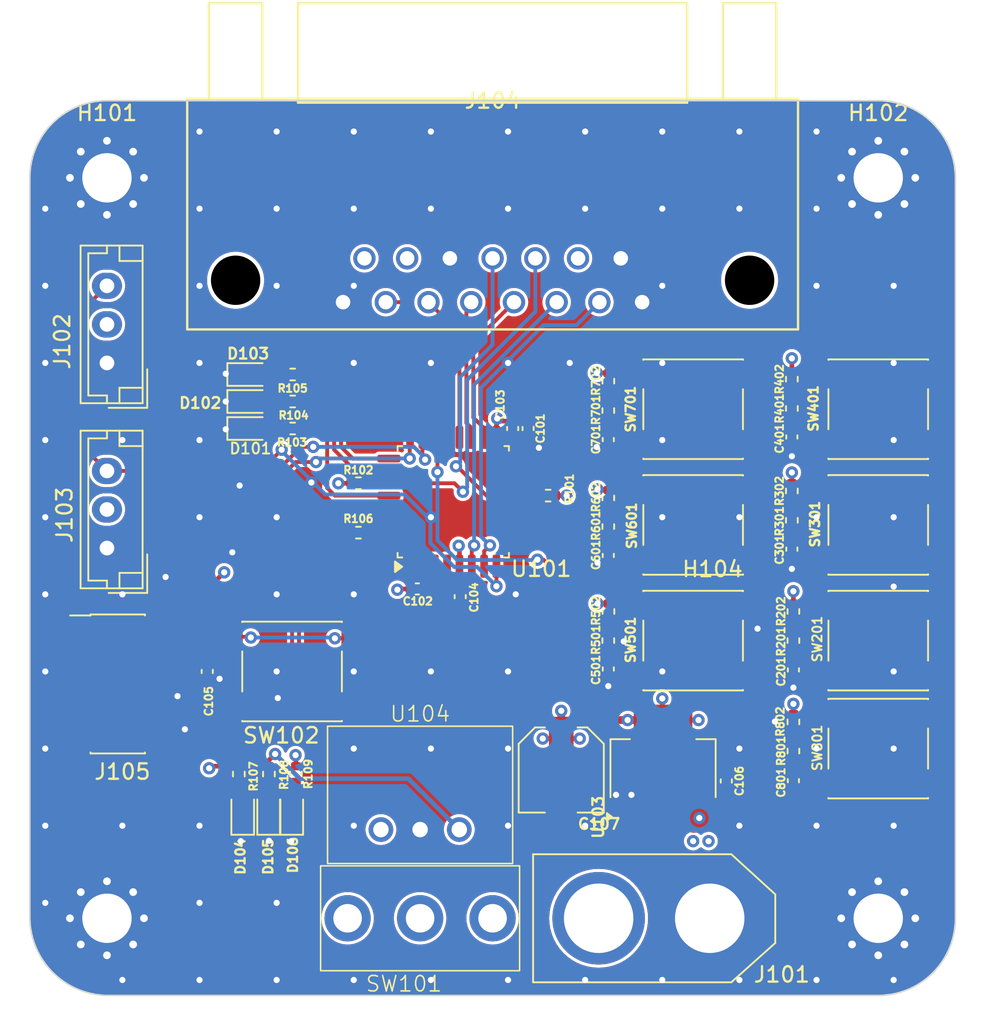
<source format=kicad_pcb>
(kicad_pcb (version 20240108) (generator "pcbnew") (generator_version "8.0")
  (layers (0 "F.Cu" signal) (1 "In1.Cu" signal "In1.Cu - Supply") (2 "In2.Cu" signal "In2.Cu - GND") (31 "B.Cu" signal) (34 "B.Paste" user) (35 "F.Paste" user) (36 "B.SilkS" user "B.Silkscreen") (37 "F.SilkS" user "F.Silkscreen") (38 "B.Mask" user) (39 "F.Mask" user) (44 "Edge.Cuts" user))
  (net 0 "")
  (net 1 "+3.3V")
  (net 2 "GND")
  (net 3 "NRST")
  (net 4 "+5V")
  (net 5 "BTN_1")
  (net 6 "BTN_2")
  (net 7 "BTN_3")
  (net 8 "BTN_4")
  (net 9 "BTN_5")
  (net 10 "BTN_6")
  (net 11 "BTN_7")
  (net 12 "Net-(D101-A)")
  (net 13 "Net-(D102-A)")
  (net 14 "Net-(D103-A)")
  (net 15 "Net-(D104-A)")
  (net 16 "Net-(D105-A)")
  (net 17 "Net-(D106-A)")
  (net 18 "Net-(J101-Pin_2)")
  (net 19 "+12V")
  (net 20 "UART_HD_XL430")
  (net 21 "PWM_TIM2_CH2")
  (net 22 "I2C_SCL")
  (net 23 "PWM_TIM1_CH2")
  (net 24 "PWM_TIM2_CH1")
  (net 25 "PWM_TIM1_CH4")
  (net 26 "PWM_TIM1_CH1")
  (net 27 "I2C_SDA")
  (net 28 "PWM_TIM1_CH3")
  (net 30 "UART_DEBUG_RX")
  (net 31 "SWDIO")
  (net 33 "UART_DEBUG_TX")
  (net 35 "SWCLK")
  (net 38 "LED1")
  (net 39 "LED2")
  (net 40 "LED3")
  (net 41 "Net-(U101-PH3)")
  (net 42 "Net-(SW201-A)")
  (net 43 "Net-(SW301-A)")
  (net 44 "Net-(SW401-A)")
  (net 45 "Net-(SW501-A)")
  (net 46 "Net-(SW601-A)")
  (net 47 "Net-(SW701-A)")
  (net 48 "Net-(SW801-A)")
  (footprint "Resistor_SMD:R_0402_1005Metric" (layer "F.Cu") (at 154.5 78.11 -90)
    (property "Reference" "R202")
    (property "Value" "10k")
  )
  (footprint "Button_Switch_SMD:SW_Push_1P1T_NO_6x6mm_H9.5mm" (layer "F.Cu") (at 148 72.5)
    (property "Reference" "SW601")
    (property "Value" "SW_SPST" (hide yes))
  )
  (footprint "Button_Switch_SMD:SW_Push_1P1T_NO_6x6mm_H9.5mm" (layer "F.Cu") (at 160 65)
    (property "Reference" "SW401")
    (property "Value" "SW_SPST" (hide yes))
  )
  (footprint "Resistor_SMD:R_0402_1005Metric" (layer "F.Cu") (at 142.5 70.75 -90)
    (property "Reference" "R602")
    (property "Value" "10k")
  )
  (footprint "Button_Switch_SMD:SW_Push_1P1T_NO_6x6mm_H9.5mm" (layer "F.Cu") (at 122 82)
    (property "Reference" "SW102")
    (property "Value" "SW_SPST")
  )
  (footprint "Package_TO_SOT_SMD:SOT-223-3_TabPin2" (layer "F.Cu") (at 146.05 88.3 90)
    (property "Reference" "U103")
    (property "Value" "AZ1117-3.3")
  )
  (footprint "Capacitor_SMD:C_0402_1005Metric" (layer "F.Cu") (at 137.3 66.25 -90)
    (property "Reference" "C101")
    (property "Value" "4u7")
  )
  (footprint "Resistor_SMD:R_0402_1005Metric" (layer "F.Cu") (at 122.25 88.65 -90)
    (property "Reference" "R109")
    (property "Value" "820")
  )
  (footprint "Resistor_SMD:R_0402_1005Metric" (layer "F.Cu") (at 122.0375 66.25 180)
    (property "Reference" "R103")
    (property "Value" "82")
  )
  (footprint "Capacitor_SMD:C_0402_1005Metric" (layer "F.Cu") (at 136.3 66.25 -90)
    (property "Reference" "C103")
    (property "Value" "100n")
  )
  (footprint "LED_SMD:LED_0603_1608Metric" (layer "F.Cu") (at 119.2875 64.5)
    (property "Reference" "D102")
    (property "Value" "BLUE_LED")
  )
  (footprint "Capacitor_SMD:C_0402_1005Metric" (layer "F.Cu") (at 154.5 81.9 -90)
    (property "Reference" "C201")
    (property "Value" "10n")
  )
  (footprint "Connector_PinHeader_1.27mm:PinHeader_2x07_P1.27mm_Vertical_SMD" (layer "F.Cu") (at 110.7 82.81)
    (property "Reference" "J105")
    (property "Value" "Conn_ST_STDC14")
  )
  (footprint "Capacitor_SMD:C_0402_1005Metric" (layer "F.Cu") (at 132.9 77.15 -90)
    (property "Reference" "C104")
    (property "Value" "100n")
  )
  (footprint "Capacitor_SMD:C_Elec_5x5.4" (layer "F.Cu") (at 139.45 88.3875 -90)
    (property "Reference" "C107")
    (property "Value" "22u")
  )
  (footprint "Button_Switch_SMD:SW_Push_1P1T_NO_6x6mm_H9.5mm" (layer "F.Cu") (at 148 65)
    (property "Reference" "SW701")
    (property "Value" "SW_SPST")
  )
  (footprint "MountingHole:MountingHole_3.2mm_M3_Pad_Via" (layer "F.Cu") (at 160 50)
    (property "Reference" "H102")
    (property "Value" "MountingHole_Pad")
  )
  (footprint "Capacitor_SMD:C_0402_1005Metric" (layer "F.Cu") (at 150.15 89.1 90)
    (property "Reference" "C106")
    (property "Value" "10u")
  )
  (footprint "LED_SMD:LED_0603_1608Metric" (layer "F.Cu") (at 120.48 91.1 90)
    (property "Reference" "D105")
    (property "Value" "RED_LED")
  )
  (footprint "Capacitor_SMD:C_0402_1005Metric" (layer "F.Cu") (at 154.4 66.8 -90)
    (property "Reference" "C401")
    (property "Value" "10n")
  )
  (footprint "MountingHole:MountingHole_3.2mm_M3_Pad_Via" (layer "F.Cu") (at 110 98)
    (property "Reference" "H103" (hide yes))
    (property "Value" "MountingHole_Pad" (hide yes))
  )
  (footprint "Resistor_SMD:R_0402_1005Metric" (layer "F.Cu") (at 126.3 73 180)
    (property "Reference" "R106")
    (property "Value" "100k")
  )
  (footprint "LED_SMD:LED_0603_1608Metric" (layer "F.Cu") (at 119.2875 66.25)
    (property "Reference" "D101")
    (property "Value" "BLUE_LED")
  )
  (footprint "Resistor_SMD:R_0402_1005Metric" (layer "F.Cu") (at 142.5025 63.18 -90)
    (property "Reference" "R702")
    (property "Value" "10k")
  )
  (footprint "Resistor_SMD:R_0402_1005Metric" (layer "F.Cu") (at 122.0375 62.75 180)
    (property "Reference" "R105")
    (property "Value" "82")
  )
  (footprint "Resistor_SMD:R_0402_1005Metric" (layer "F.Cu") (at 142.5 65.09 -90)
    (property "Reference" "R701")
    (property "Value" "10k")
  )
  (footprint "Connector_JST:JST_EH_B3B-EH-A_1x03_P2.50mm_Vertical" (layer "F.Cu") (at 110 74 90)
    (property "Reference" "J103")
    (property "Value" "Conn_01x03")
  )
  (footprint "Resistor_SMD:R_0402_1005Metric" (layer "F.Cu") (at 154.5 80 -90)
    (property "Reference" "R201")
    (property "Value" "10k")
  )
  (footprint "MountingHole:MountingHole_3.2mm_M3_Pad_Via" (layer "F.Cu") (at 110 50)
    (property "Reference" "H101")
    (property "Value" "MountingHole_Pad")
  )
  (footprint "mylib:472123010111" (layer "F.Cu") (at 130.3 98)
    (property "Reference" "SW101")
    (property "Value" "SW_SPDT")
  )
  (footprint "LED_SMD:LED_0603_1608Metric" (layer "F.Cu") (at 118.8 91.1 90)
    (property "Reference" "D104")
    (property "Value" "RED_LED")
  )
  (footprint "Resistor_SMD:R_0402_1005Metric" (layer "F.Cu") (at 154.4 70.3 -90)
    (property "Reference" "R302")
    (property "Value" "10k")
  )
  (footprint "Resistor_SMD:R_0402_1005Metric" (layer "F.Cu") (at 154.5 87.16 -90)
    (property "Reference" "R801")
    (property "Value" "10k")
  )
  (footprint "Resistor_SMD:R_0402_1005Metric" (layer "F.Cu") (at 154.4 63.05 -90)
    (property "Reference" "R402")
    (property "Value" "10k")
  )
  (footprint "Capacitor_SMD:C_0402_1005Metric" (layer "F.Cu") (at 142.5 81.84 -90)
    (property "Reference" "C501")
    (property "Value" "10n")
  )
  (footprint "Capacitor_SMD:C_0402_1005Metric" (layer "F.Cu") (at 154.5 89.08 -90)
    (property "Reference" "C801")
    (property "Value" "10n")
  )
  (footprint "Library:173010542" (layer "F.Cu") (at 130.3 92.25)
    (property "Reference" "U104")
    (property "Value" "173010542")
  )
  (footprint "LED_SMD:LED_0603_1608Metric" (layer "F.Cu") (at 121.98 91.1 90)
    (property "Reference" "D106")
    (property "Value" "RED_LED")
  )
  (footprint "Resistor_SMD:R_0402_1005Metric" (layer "F.Cu") (at 120.5 88.65 -90)
    (property "Reference" "R108")
    (property "Value" "1k6")
  )
  (footprint "Resistor_SMD:R_0402_1005Metric" (layer "F.Cu") (at 142.51 78.11 -90)
    (property "Reference" "R502")
    (property "Value" "10k")
  )
  (footprint "Resistor_SMD:R_0402_1005Metric" (layer "F.Cu") (at 154.5 85.27 -90)
    (property "Reference" "R802")
    (property "Value" "10k")
  )
  (footprint "Package_QFP:LQFP-32_7x7mm_P0.8mm" (layer "F.Cu") (at 132.45 71 90)
    (property "Reference" "U101")
    (property "Value" "STM32L412KBTx")
  )
  (footprint "Resistor_SMD:R_0402_1005Metric" (layer "F.Cu") (at 142.5 80 -90)
    (property "Reference" "R501")
    (property "Value" "10k")
  )
  (footprint "LED_SMD:LED_0603_1608Metric" (layer "F.Cu") (at 119.2875 62.75)
    (property "Reference" "D103")
    (property "Value" "BLUE_LED")
  )
  (footprint "Resistor_SMD:R_0402_1005Metric" (layer "F.Cu") (at 154.4 72.2 -90)
    (property "Reference" "R301")
    (property "Value" "10k")
  )
  (footprint "Resistor_SMD:R_0402_1005Metric" (layer "F.Cu") (at 154.4 64.95 -90)
    (property "Reference" "R401")
    (property "Value" "10k")
  )
  (footprint "Resistor_SMD:R_0402_1005Metric" (layer "F.Cu") (at 118.55 88.65 -90)
    (property "Reference" "R107")
    (property "Value" "5k1")
  )
  (footprint "Connector_AMASS:AMASS_XT60-M_1x02_P7.20mm_Vertical" (layer "F.Cu") (at 149.075 98 180)
    (property "Reference" "J101")
    (property "Value" "Conn_01x02")
  )
  (footprint "Button_Switch_SMD:SW_Push_1P1T_NO_6x6mm_H9.5mm" (layer "F.Cu") (at 160 87)
    (property "Reference" "SW801")
    (property "Value" "SW_SPST")
  )
  (footprint "Capacitor_SMD:C_0402_1005Metric" (layer "F.Cu") (at 154.4 74.07 -90)
    (property "Reference" "C301")
    (property "Value" "10n")
  )
  (footprint "Resistor_SMD:R_0402_1005Metric" (layer "F.Cu") (at 142.5 72.61 -90)
    (property "Reference" "R601")
    (property "Value" "10k")
  )
  (footprint "Button_Switch_SMD:SW_Push_1P1T_NO_6x6mm_H9.5mm" (layer "F.Cu") (at 148 80)
    (property "Reference" "SW501")
    (property "Value" "SW_SPST" (hide yes))
  )
  (footprint "Button_Switch_SMD:SW_Push_1P1T_NO_6x6mm_H9.5mm" (layer "F.Cu") (at 160 80)
    (property "Reference" "SW201")
    (property "Value" "SW_SPST" (hide yes))
  )
  (footprint "Capacitor_SMD:C_0402_1005Metric" (layer "F.Cu") (at 130.12 76.65)
    (property "Reference" "C102")
    (property "Value" "100n")
  )
  (footprint "Resistor_SMD:R_0402_1005Metric" (layer "F.Cu") (at 122.0375 64.5 180)
    (property "Reference" "R104")
    (property "Value" "82")
  )
  (footprint "Button_Switch_SMD:SW_Push_1P1T_NO_6x6mm_H9.5mm" (layer "F.Cu") (at 160 72.5)
    (property "Reference" "SW301")
    (property "Value" "SW_SPST" (hide yes))
  )
  (footprint "Capacitor_SMD:C_0402_1005Metric" (layer "F.Cu") (at 142.5 66.97 -90)
    (property "Reference" "C701")
    (property "Value" "10n")
  )
  (footprint "Resistor_SMD:R_0402_1005Metric" (layer "F.Cu") (at 126.3 69.8)
    (property "Reference" "R102")
    (property "Value" "1k")
  )
  (footprint "MountingHole:MountingHole_3.2mm_M3_Pad_Via" (layer "F.Cu") (at 160 98)
    (property "Reference" "H104")
    (property "Value" "MountingHole_Pad")
  )
  (footprint "libs:CONN15_31321_WRE" (layer "F.Cu") (at 135 45)
    (property "Reference" "J104")
    (property "Value" "Conn_01x15")
  )
  (footprint "Capacitor_SMD:C_0402_1005Metric" (layer "F.Cu") (at 116.5 82 -90)
    (property "Reference" "C105")
    (property "Value" "100n")
  )
  (footprint "Capacitor_SMD:C_0402_1005Metric" (layer "F.Cu") (at 142.5 74.48 -90)
    (property "Reference" "C601")
    (property "Value" "10n")
  )
  (footprint "Resistor_SMD:R_0402_1005Metric" (layer "F.Cu") (at 138.6 70.6 180)
    (property "Reference" "R101")
    (property "Value" "1k")
  )
  (footprint "Connector_JST:JST_EH_B3B-EH-A_1x03_P2.50mm_Vertical" (layer "F.Cu") (at 110 62 90)
    (property "Reference" "J102")
    (property "Value" "Conn_01x03")
  )
  (gr_line (start 165 50) (end 165 98) (stroke (width 0.1)) (layer "Edge.Cuts"))
  (gr_arc (start 110 103) (mid 106.491402 101.508597) (end 105 98) (stroke (width 0.1)) (layer "Edge.Cuts"))
  (gr_arc (start 165 98) (mid 163.535534 101.535534) (end 160 103) (stroke (width 0.1)) (layer "Edge.Cuts"))
  (gr_line (start 160 45) (end 110 45) (stroke (width 0.1)) (layer "Edge.Cuts"))
  (gr_line (start 105 50) (end 105 98) (stroke (width 0.1)) (layer "Edge.Cuts"))
  (gr_arc (start 160 45) (mid 163.535534 46.464466) (end 165 50) (stroke (width 0.1)) (layer "Edge.Cuts"))
  (gr_line (start 110 103) (end 160 103) (stroke (width 0.1)) (layer "Edge.Cuts"))
  (gr_arc (start 105 50) (mid 106.464466 46.464466) (end 110 45) (stroke (width 0.1)) (layer "Edge.Cuts"))
  (segment (start 139.475 86.35) (end 139.45 86.325) (width 0.3) (layer "F.Cu") (net 1))
  (segment (start 122.25 88.14) (end 122.25 87.45) (width 0.3) (layer "F.Cu") (net 1))
  (segment (start 146 83.75) (end 146 85.1) (width 0.3) (layer "F.Cu") (net 1))
  (segment (start 140.65 86.35) (end 139.475 86.35) (width 0.3) (layer "F.Cu") (net 1))
  (segment (start 154.5 77.6) (end 154.5 76.8) (width 0.3) (layer "F.Cu") (net 1))
  (segment (start 142.5 70.24) (end 141.84 70.24) (width 0.3) (layer "F.Cu") (net 1))
  (segment (start 132.9 75.225) (end 132.85 75.175) (width 0.3) (layer "F.Cu") (net 1))
  (segment (start 135.555001 65.77) (end 136.3 65.77) (width 0.3) (layer "F.Cu") (net 1))
  (segment (start 154.4 69.79) (end 154.4 69.1) (width 0.3) (layer "F.Cu") (net 1))
  (segment (start 112.555 76.825) (end 110.675 78.705) (width 0.3) (layer "F.Cu") (net 1))
  (segment (start 129.64 76.65) (end 129.64 75.185) (width 0.3) (layer "F.Cu") (net 1))
  (segment (start 128.875 76.65) (end 128.825 76.7) (width 0.3) (layer "F.Cu") (net 1))
  (segment (start 116.35 76.825) (end 112.555 76.825) (width 0.3) (layer "F.Cu") (net 1))
  (segment (start 141.8 77.6) (end 142.51 77.6) (width 0.3) (layer "F.Cu") (net 1))
  (segment (start 154.5 84.76) (end 154.5 84.1) (width 0.3) (layer "F.Cu") (net 1))
  (segment (start 146 85.1) (end 146.05 85.15) (width 0.3) (layer "F.Cu") (net 1))
  (segment (start 139.45 86.325) (end 140.625 85.15) (width 0.5) (layer "F.Cu") (net 1))
  (segment (start 142.4825 62.65) (end 142.5025 62.67) (width 0.3) (layer "F.Cu") (net 1))
  (segment (start 140.625 85.15) (end 143.75 85.15) (width 0.5) (layer "F.Cu") (net 1))
  (segment (start 141.75 62.65) (end 142.4825 62.65) (width 0.3) (layer "F.Cu") (net 1))
  (segment (start 139.45 86.325) (end 139.45 84.55) (width 0.5) (layer "F.Cu") (net 1))
  (segment (start 138.25 86.35) (end 139.425 86.35) (width 0.3) (layer "F.Cu") (net 1))
  (segment (start 146.05 85.15) (end 146.05 91.45) (width 0.5) (layer "F.Cu") (net 1))
  (segment (start 125 69.8) (end 125.79 69.8) (width 0.3) (layer "F.Cu") (net 1))
  (segment (start 109.955 80.27) (end 108.75 80.27) (width 0.3) (layer "F.Cu") (net 1))
  (segment (start 148.35 85.15) (end 146.05 85.15) (width 0.3) (layer "F.Cu") (net 1))
  (segment (start 129.64 76.65) (end 128.875 76.65) (width 0.3) (layer "F.Cu") (net 1))
  (segment (start 132.9 76.67) (end 132.9 75.225) (width 0.3) (layer "F.Cu") (net 1))
  (segment (start 132.85 75.175) (end 132.85 73.900964) (width 0.3) (layer "F.Cu") (net 1))
  (segment (start 135.25 66.825) (end 135.25 66.075001) (width 0.3) (layer "F.Cu") (net 1))
  (segment (start 143.75 85.15) (end 146.05 85.15) (width 0.5) (layer "F.Cu") (net 1))
  (segment (start 154.4 62.54) (end 154.4 61.7) (width 0.3) (layer "F.Cu") (net 1))
  (segment (start 141.84 70.24) (end 141.8 70.2) (width 0.3) (layer "F.Cu") (net 1))
  (segment (start 122.25 87.45) (end 122.225 87.425) (width 0.3) (layer "F.Cu") (net 1))
  (segment (start 132.85 73.900964) (end 132.800343 73.851307) (width 0.3) (layer "F.Cu") (net 1))
  (segment (start 110.675 78.705) (end 110.675 79.55) (width 0.3) (layer "F.Cu") (net 1))
  (segment (start 135.25 66.075001) (end 135.3 65.6) (width 0.3) (layer "F.Cu") (net 1))
  (segment (start 129.64 75.185) (end 129.65 75.175) (width 0.3) (layer "F.Cu") (net 1))
  (segment (start 139.11 70.6) (end 139.8 70.6) (width 0.3) (layer "F.Cu") (net 1))
  (segment (start 137.3 65.77) (end 136.3 65.77) (width 0.3) (layer "F.Cu") (net 1))
  (segment (start 117.6 75.575) (end 116.35 76.825) (width 0.3) (layer "F.Cu") (net 1))
  (segment (start 135.3 65.6) (end 135.555001 65.77) (width 0.3) (layer "F.Cu") (net 1))
  (segment (start 139.425 86.35) (end 139.45 86.325) (width 0.3) (layer "F.Cu") (net 1))
  (segment (start 110.675 79.55) (end 109.955 80.27) (width 0.3) (layer "F.Cu") (net 1))
  (via (at 122.225 87.425) (size 0.8) (drill 0.4) (layers "F.Cu" "B.Cu") (net 1))
  (via (at 141.8 77.6) (size 0.8) (drill 0.4) (layers "F.Cu" "B.Cu") (net 1))
  (via (at 128.825 76.7) (size 0.8) (drill 0.4) (layers "F.Cu" "B.Cu") (net 1))
  (via (at 154.4 69.1) (size 0.8) (drill 0.4) (layers "F.Cu" "B.Cu") (net 1))
  (via (at 117.6 75.575) (size 0.8) (drill 0.4) (layers "F.Cu" "B.Cu") (net 1))
  (via (at 135.3 65.6) (size 0.8) (drill 0.4) (layers "F.Cu" "B.Cu") (net 1))
  (via (at 154.4 61.7) (size 0.8) (drill 0.4) (layers "F.Cu" "B.Cu") (net 1))
  (via (at 154.5 84.1) (size 0.8) (drill 0.4) (layers "F.Cu" "B.Cu") (net 1))
  (via (at 143.75 85.15) (size 0.8) (drill 0.4) (layers "F.Cu" "B.Cu") (net 1))
  (via (at 146 83.75) (size 0.8) (drill 0.4) (layers "F.Cu" "B.Cu") (net 1))
  (via (at 141.8 70.2) (size 0.8) (drill 0.4) (layers "F.Cu" "B.Cu") (net 1))
  (via (at 139.45 84.55) (size 0.8) (drill 0.4) (layers "F.Cu" "B.Cu") (net 1))
  (via (at 140.65 86.35) (size 0.8) (drill 0.4) (layers "F.Cu" "B.Cu") (net 1))
  (via (at 141.75 62.65) (size 0.8) (drill 0.4) (layers "F.Cu" "B.Cu") (net 1))
  (via (at 148.35 85.15) (size 0.8) (drill 0.4) (layers "F.Cu" "B.Cu") (net 1))
  (via (at 139.8 70.6) (size 0.8) (drill 0.4) (layers "F.Cu" "B.Cu") (net 1))
  (via (at 132.800343 73.851307) (size 0.8) (drill 0.4) (layers "F.Cu" "B.Cu") (net 1))
  (via (at 138.25 86.35) (size 0.8) (drill 0.4) (layers "F.Cu" "B.Cu") (net 1))
  (via (at 154.5 76.8) (size 0.8) (drill 0.4) (layers "F.Cu" "B.Cu") (net 1))
  (via (at 125 69.8) (size 0.8) (drill 0.4) (layers "F.Cu" "B.Cu") (net 1))
  (segment (start 142.5 74.96) (end 141.81 74.96) (width 0.25) (layer "F.Cu") (net 2))
  (segment (start 154.4 74.55) (end 154.4 75.35) (width 0.25) (layer "F.Cu") (net 2))
  (segment (start 142.5 67.45) (end 141.75 67.45) (width 0.25) (layer "F.Cu") (net 2))
  (segment (start 154.5 82.38) (end 154.5 83.05) (width 0.25) (layer "F.Cu") (net 2))
  (segment (start 141.81 74.96) (end 141.8 74.95) (width 0.25) (layer "F.Cu") (net 2))
  (segment (start 154.4 67.28) (end 154.4 68.05) (width 0.25) (layer "F.Cu") (net 2))
  (segment (start 142.5 82.32) (end 142.5 82.95) (width 0.25) (layer "F.Cu") (net 2))
  (via (at 111 92) (size 0.8) (drill 0.4) (layers "F.Cu" "B.Cu") (net 2))
  (via (at 126 77) (size 0.8) (drill 0.4) (layers "F.Cu" "B.Cu") (net 2))
  (via (at 140 62) (size 0.8) (drill 0.4) (layers "F.Cu" "B.Cu") (net 2))
  (via (at 116 72) (size 0.8) (drill 0.4) (layers "F.Cu" "B.Cu") (net 2))
  (via (at 146 72) (size 0.8) (drill 0.4) (layers "F.Cu" "B.Cu") (net 2))
  (via (at 146 67) (size 0.8) (drill 0.4) (layers "F.Cu" "B.Cu") (net 2))
  (via (at 126 82) (size 0.8) (drill 0.4) (layers "F.Cu" "B.Cu") (net 2))
  (via (at 131 87) (size 0.8) (drill 0.4) (layers "F.Cu" "B.Cu") (net 2))
  (via (at 117.7 66.3) (size 0.8) (drill 0.4) (layers "F.Cu" "B.Cu") (net 2))
  (via (at 136 92) (size 0.8) (drill 0.4) (layers "F.Cu" "B.Cu") (net 2))
  (via (at 151 47) (size 0.8) (drill 0.4) (layers "F.Cu" "B.Cu") (net 2))
  (via (at 136 82) (size 0.8) (drill 0.4) (layers "F.Cu" "B.Cu") (net 2))
  (via (at 156 57) (size 0.8) (drill 0.4) (layers "F.Cu" "B.Cu") (net 2))
  (via (at 106 57) (size 0.8) (drill 0.4) (layers "F.Cu" "B.Cu") (net 2))
  (via (at 131 47) (size 0.8) (drill 0.4) (layers "F.Cu" "B.Cu") (net 2))
  (via (at 156 102) (size 0.8) (drill 0.4) (layers "F.Cu" "B.Cu") (net 2))
  (via (at 116 52) (size 0.8) (drill 0.4) (layers "F.Cu" "B.Cu") (net 2))
  (via (at 136 102) (size 0.8) (drill 0.4) (layers "F.Cu" "B.Cu") (net 2))
  (via (at 106 67) (size 0.8) (drill 0.4) (layers "F.Cu" "B.Cu") (net 2))
  (via (at 156 92) (size 0.8) (drill 0.4) (layers "F.Cu" "B.Cu") (net 2))
  (via (at 121.075 83.725) (size 0.8) (drill 0.4) (layers "F.Cu" "B.Cu") (net 2))
  (via (at 161 82) (size 0.8) (drill 0.4) (layers "F.Cu" "B.Cu") (net 2))
  (via (at 121 47) (size 0.8) (drill 0.4) (layers "F.Cu" "B.Cu") (net 2))
  (via (at 136.5 77) (size 0.8) (drill 0.4) (layers "F.Cu" "B.Cu") (net 2))
  (via (at 146 52) (size 0.8) (drill 0.4) (layers "F.Cu" "B.Cu") (net 2))
  (via (at 161 102) (size 0.8) (drill 0.4) (layers "F.Cu" "B.Cu") (net 2))
  (via (at 106 72) (size 0.8) (drill 0.4) (layers "F.Cu" "B.Cu") (net 2))
  (via (at 156 47) (size 0.8) (drill 0.4) (layers "F.Cu" "B.Cu") (net 2))
  (via (at 126 102) (size 0.8) (drill 0.4) (layers "F.Cu" "B.Cu") (net 2))
  (via (at 136 52) (size 0.8) (drill 0.4) (layers "F.Cu" "B.Cu") (net 2))
  (via (at 120.5 92.975) (size 0.8) (drill 0.4) (layers "F.Cu" "B.Cu") (net 2))
  (via (at 126 62) (size 0.8) (drill 0.4) (layers "F.Cu" "B.Cu") (net 2))
  (via (at 143 90) (size 0.8) (drill 0.4) (layers "F.Cu" "B.Cu") (net 2))
  (via (at 156 72) (size 0.8) (drill 0.4) (layers "F.Cu" "B.Cu") (net 2))
  (via (at 141 47) (size 0.8) (drill 0.4) (layers "F.Cu" "B.Cu") (net 2))
  (via (at 111 77) (size 0.8) (drill 0.4) (layers "F.Cu" "B.Cu") (net 2))
  (via (at 151 92) (size 0.8) (drill 0.4) (layers "F.Cu" "B.Cu") (net 2))
  (via (at 118.675 93) (size 0.8) (drill 0.4) (layers "F.Cu" "B.Cu") (net 2))
  (via (at 131 52) (size 0.8) (drill 0.4) (layers "F.Cu" "B.Cu") (net 2))
  (via (at 117.3 82.475) (size 0.8) (drill 0.4) (layers "F.Cu" "B.Cu") (net 2))
  (via (at 146 57) (size 0.8) (drill 0.4) (layers "F.Cu" "B.Cu") (net 2))
  (via (at 143.5 80.05) (size 0.8) (drill 0.4) (layers "F.Cu" "B.Cu") (net 2))
  (via (at 121 102) (size 0.8) (drill 0.4) (layers "F.Cu" "B.Cu") (net 2))
  (via (at 118.6 69.95) (size 0.8) (drill 0.4) (layers "F.Cu" "B.Cu") (net 2))
  (via (at 121 52) (size 0.8) (drill 0.4) (layers "F.Cu" "B.Cu") (net 2))
  (via (at 151 87) (size 0.8) (drill 0.4) (layers "F.Cu" "B.Cu") (net 2))
  (via (at 121 57) (size 0.8) (drill 0.4) (layers "F.Cu" "B.Cu") (net 2))
  (via (at 106 62) (size 0.8) (drill 0.4) (layers "F.Cu" "B.Cu") (net 2))
  (via (at 126 52) (size 0.8) (drill 0.4) (layers "F.Cu" "B.Cu") (net 2))
  (via (at 131 62) (size 0.8) (drill 0.4) (layers "F.Cu" "B.Cu") (net 2))
  (via (at 161 76.5) (size 0.8) (drill 0.4) (layers "F.Cu" "B.Cu") (net 2))
  (via (at 136 47) (size 0.8) (drill 0.4) (layers "F.Cu" "B.Cu") (net 2))
  (via (at 106 77) (size 0.8) (drill 0.4) (layers "F.Cu" "B.Cu") (net 2))
  (via (at 116 67) (size 0.8) (drill 0.4) (layers "F.Cu" "B.Cu") (net 2))
  (via (at 111 67) (size 0.8) (drill 0.4) (layers "F.Cu" "B.Cu") (net 2))
  (via (at 161 57) (size 0.8) (drill 0.4) (layers "F.Cu" "B.Cu") (net 2))
  (via (at 161 62) (size 0.8) (drill 0.4) (layers "F.Cu" "B.Cu") (net 2))
  (via (at 151 72) (size 0.8) (drill 0.4) (layers "F.Cu" "B.Cu") (net 2))
  (via (at 146 82) (size 0.8) (drill 0.4) (layers "F.Cu" "B.Cu") (net 2))
  (via (at 121.95 93) (size 0.8) (drill 0.4) (layers "F.Cu" "B.Cu") (net 2))
  (via (at 161 87) (size 0.8) (drill 0.4) (layers "F.Cu" "B.Cu") (net 2))
  (via (at 146 47) (size 0.8) (drill 0.4) (layers "F.Cu" "B.Cu") (net 2))
  (via (at 154.4 75.35) (size 0.8) (drill 0.4) (layers "F.Cu" "B.Cu") (net 2))
  (via (at 154.5 83.05) (size 0.8) (drill 0.4) (layers "F.Cu" "B.Cu") (net 2))
  (via (at 136 87) (size 0.8) (drill 0.4) (layers "F.Cu" "B.Cu") (net 2))
  (via (at 121 77) (size 0.8) (drill 0.4) (layers "F.Cu" "B.Cu") (net 2))
  (via (at 153.3 85.25) (size 0.8) (drill 0.4) (layers "F.Cu" "B.Cu") (net 2))
  (via (at 156 52) (size 0.8) (drill 0.4) (layers "F.Cu" "B.Cu") (net 2))
  (via (at 106 87) (size 0.8) (drill 0.4) (layers "F.Cu" "B.Cu") (net 2))
  (via (at 113.8 75.875) (size 0.8) (drill 0.4) (layers "F.Cu" "B.Cu") (net 2))
  (via (at 151 52) (size 0.8) (drill 0.4) (layers "F.Cu" "B.Cu") (net 2))
  (via (at 123.25 69.75) (size 0.8) (drill 0.4) (layers "F.Cu" "B.Cu") (net 2))
  (via (at 116 92) (size 0.8) (drill 0.4) (layers "F.Cu" "B.Cu") (net 2))
  (via (at 106 97) (size 0.8) (drill 0.4) (layers "F.Cu" "B.Cu") (net 2))
  (via (at 142.5 82.95) (size 0.8) (drill 0.4) (layers "F.Cu" "B.Cu") (net 2))
  (via (at 116 57) (size 0.8) (drill 0.4) (layers "F.Cu" "B.Cu") (net 2))
  (via (at 141 92) (size 0.8) (drill 0.4) (layers "F.Cu" "B.Cu") (net 2))
  (via (at 138 67.5) (size 0.8) (drill 0.4) (layers "F.Cu" "B.Cu") (net 2))
  (via (at 144 90) (size 0.8) (drill 0.4) (layers "F.Cu" "B.Cu") (net 2))
  (via (at 111 102) (size 0.8) (drill 0.4) (layers "F.Cu" "B.Cu") (net 2))
  (via (at 131 102) (size 0.8) (drill 0.4) (layers "F.Cu" "B.Cu") (net 2))
  (via (at 117.7 62.7) (size 0.8) (drill 0.4) (layers "F.Cu" "B.Cu") (net 2))
  (via (at 131 82) (size 0.8) (drill 0.4) (layers "F.Cu" "B.Cu") (net 2))
  (via (at 116 62) (size 0.8) (drill 0.4) (layers "F.Cu" "B.Cu") (net 2))
  (via (at 141 102) (size 0.8) (drill 0.4) (layers "F.Cu" "B.Cu") (net 2))
  (via (at 116 47) (size 0.8) (drill 0.4) (layers "F.Cu" "B.Cu") (net 2))
  (via (at 131 72) (size 0.8) (drill 0.4) (layers "F.Cu" "B.Cu") (net 2))
  (via (at 126 87) (size 0.8) (drill 0.4) (layers "F.Cu" "B.Cu") (net 2))
  (via (at 106 92) (size 0.8) (drill 0.4) (layers "F.Cu" "B.Cu") (net 2))
  (via (at 126 57) (size 0.8) (drill 0.4) (layers "F.Cu" "B.Cu") (net 2))
  (via (at 126 92) (size 0.8) (drill 0.4) (layers "F.Cu" "B.Cu") (net 2))
  (via (at 161 72) (size 0.8) (drill 0.4) (layers "F.Cu" "B.Cu") (net 2))
  (via (at 106 52) (size 0.8) (drill 0.4) (layers "F.Cu" "B.Cu") (net 2))
  (via (at 136 62) (size 0.8) (drill 0.4) (layers "F.Cu" "B.Cu") (net 2))
  (via (at 116 102) (size 0.8) (drill 0.4) (layers "F.Cu" "B.Cu") (net 2))
  (via (at 161 67) (size 0.8) (drill 0.4) (layers "F.Cu" "B.Cu") (net 2))
  (via (at 146 102) (size 0.8) (drill 0.4) (layers "F.Cu" "B.Cu") (net 2))
  (via (at 126 47) (size 0.8) (drill 0.4) (layers "F.Cu" "B.Cu") (net 2))
  (via (at 156 87) (size 0.8) (drill 0.4) (layers "F.Cu" "B.Cu") (net 2))
  (via (at 152.175 79.225) (size 0.8) (drill 0.4) (layers "F.Cu" "B.Cu") (net 2))
  (via (at 115.05 85.75) (size 0.8) (drill 0.4) (layers "F.Cu" "B.Cu") (net 2))
  (via (at 118.125 74.275) (size 0.8) (drill 0.4) (layers "F.Cu" "B.Cu") (net 2))
  (via (at 121 82) (size 0.8) (drill 0.4) (layers "F.Cu" "B.Cu") (net 2))
  (via (at 161 92) (size 0.8) (drill 0.4) (layers "F.Cu" "B.Cu") (net 2))
  (via (at 154.4 68.05) (size 0.8) (drill 0.4) (layers "F.Cu" "B.Cu") (net 2))
  (via (at 146 62) (size 0.8) (drill 0.4) (layers "F.Cu" "B.Cu") (net 2))
  (via (at 114.575 83.6) (size 0.8) (drill 0.4) (layers "F.Cu" "B.Cu") (net 2))
  (via (at 121 72) (size 0.8) (drill 0.4) (layers "F.Cu" "B.Cu") (net 2))
  (via (at 151 102) (size 0.8) (drill 0.4) (layers "F.Cu" "B.Cu") (net 2))
  (via (at 141 52) (size 0.8) (drill 0.4) (layers "F.Cu" "B.Cu") (net 2))
  (via (at 121 97) (size 0.8) (drill 0.4) (layers "F.Cu" "B.Cu") (net 2))
  (via (at 106 82) (size 0.8) (drill 0.4) (layers "F.Cu" "B.Cu") (net 2))
  (via (at 116 97) (size 0.8) (drill 0.4) (layers "F.Cu" "B.Cu") (net 2))
  (via (at 117.7 64.5) (size 0.8) (drill 0.4) (layers "F.Cu" "B.Cu") (net 2))
  (via (at 141.75 67.45) (size 0.8) (drill 0.4) (layers "F.Cu" "B.Cu") (net 2))
  (via (at 141.8 74.95) (size 0.8) (drill 0.4) (layers "F.Cu" "B.Cu") (net 2))
  (segment (start 118.025 79.75) (end 119.275 79.75) (width 0.25) (layer "F.Cu") (net 3))
  (segment (start 116.5 81.52) (end 116.190001 81.52) (width 0.25) (layer "F.Cu") (net 3))
  (segment (start 119.275 79.75) (end 119.325 79.8) (width 0.25) (layer "F.Cu") (net 3))
  (segment (start 124.775 79.85) (end 125.875 79.85) (width 0.25) (layer "F.Cu") (net 3))
  (segment (start 132.05 77.575) (end 132.05 75.175) (width 0.25) (layer "F.Cu") (net 3))
  (segment (start 129.875 79.75) (end 132.05 77.575) (width 0.25) (layer "F.Cu") (net 3))
  (segment (start 116.190001 81.52) (end 115.55 82.160001) (width 0.25) (layer "F.Cu") (net 3))
  (segment (start 115.55 82.160001) (end 115.55 83.85) (width 0.25) (layer "F.Cu") (net 3))
  (segment (start 125.875 79.85) (end 125.975 79.75) (width 0.25) (layer "F.Cu") (net 3))
  (segment (start 116.5 81.275) (end 118.025 79.75) (width 0.25) (layer "F.Cu") (net 3))
  (segment (start 115.55 83.85) (end 114.05 85.35) (width 0.25) (layer "F.Cu") (net 3))
  (segment (start 125.975 79.75) (end 129.875 79.75) (width 0.25) (layer "F.Cu") (net 3))
  (segment (start 114.05 85.35) (end 112.65 85.35) (width 0.25) (layer "F.Cu") (net 3))
  (segment (start 116.5 81.52) (end 116.5 81.275) (width 0.25) (layer "F.Cu") (net 3))
  (via (at 124.775 79.85) (size 0.8) (drill 0.4) (layers "F.Cu" "B.Cu") (net 3))
  (via (at 119.325 79.8) (size 0.8) (drill 0.4) (layers "F.Cu" "B.Cu") (net 3))
  (segment (start 119.325 79.8) (end 124.725 79.8) (width 0.25) (layer "B.Cu") (net 3))
  (segment (start 124.725 79.8) (end 124.775 79.85) (width 0.25) (layer "B.Cu") (net 3))
  (segment (start 148.3 91.5) (end 148.35 91.45) (width 0.3) (layer "F.Cu") (net 4))
  (segment (start 150.15 89.58) (end 150.15 89.65) (width 0.3) (layer "F.Cu") (net 4))
  (segment (start 148.4 91.5) (end 148.3 91.5) (width 0.3) (layer "F.Cu") (net 4))
  (segment (start 120.5 87.75) (end 120.9 87.35) (width 0.3) (layer "F.Cu") (net 4))
  (segment (start 120.5 88.14) (end 120.5 87.75) (width 0.3) (layer "F.Cu") (net 4))
  (segment (start 148.4 91.4) (end 148.4 91.5) (width 0.3) (layer "F.Cu") (net 4))
  (segment (start 150.15 89.65) (end 148.4 91.4) (width 0.3) (layer "F.Cu") (net 4))
  (via (at 148 93) (size 0.8) (drill 0.4) (layers "F.Cu" "B.Cu") (net 4))
  (via (at 148.4 91.5) (size 0.8) (drill 0.4) (layers "F.Cu" "B.Cu") (net 4))
  (via (at 120.9 87.35) (size 0.8) (drill 0.4) (layers "F.Cu" "B.Cu") (net 4))
  (via (at 149 93) (size 0.8) (drill 0.4) (layers "F.Cu" "B.Cu") (net 4))
  (segment (start 122.5 88.95) (end 129.54 88.95) (width 0.3) (layer "B.Cu") (net 4))
  (segment (start 120.9 87.35) (end 122.5 88.95) (width 0.3) (layer "B.Cu") (net 4))
  (segment (start 129.54 88.95) (end 132.84 92.25) (width 0.3) (layer "B.Cu") (net 4))
  (segment (start 153.3 77) (end 153.3 79.31) (width 0.25) (layer "F.Cu") (net 5))
  (segment (start 136.625 73) (end 137.813604 73) (width 0.25) (layer "F.Cu") (net 5))
  (segment (start 141.363604 76.55) (end 152.85 76.55) (width 0.25) (layer "F.Cu") (net 5))
  (segment (start 154.5 81.42) (end 154.5 80.51) (width 0.25) (layer "F.Cu") (net 5))
  (segment (start 152.85 76.55) (end 153.3 77) (width 0.25) (layer "F.Cu") (net 5))
  (segment (start 137.813604 73) (end 141.363604 76.55) (width 0.25) (layer "F.Cu") (net 5))
  (segment (start 153.3 79.31) (end 154.5 80.51) (width 0.25) (layer "F.Cu") (net 5))
  (segment (start 141.55 76.1) (end 148 76.1) (width 0.25) (layer "F.Cu") (net 6))
  (segment (start 154.4 72.71) (end 154.4 73.59) (width 0.25) (layer "F.Cu") (net 6))
  (segment (start 136.625 72.2) (end 137.65 72.2) (width 0.25) (layer "F.Cu") (net 6))
  (segment (start 148 76.1) (end 150.8 73.3) (width 0.25) (layer "F.Cu") (net 6))
  (segment (start 137.65 72.2) (end 141.55 76.1) (width 0.25) (layer "F.Cu") (net 6))
  (segment (start 154.11 73.3) (end 154.4 73.59) (width 0.25) (layer "F.Cu") (net 6))
  (segment (start 150.8 73.3) (end 154.11 73.3) (width 0.25) (layer "F.Cu") (net 6))
  (segment (start 138.036396 69.8) (end 139.136396 68.7) (width 0.25) (layer "F.Cu") (net 7))
  (segment (start 150.94 65.46) (end 154.4 65.46) (width 0.25) (layer "F.Cu") (net 7))
  (segment (start 136.625 69.8) (end 138.036396 69.8) (width 0.25) (layer "F.Cu") (net 7))
  (segment (start 154.4 66.32) (end 154.4 65.46) (width 0.25) (layer "F.Cu") (net 7))
  (segment (start 147.7 68.7) (end 150.94 65.46) (width 0.25) (layer "F.Cu") (net 7))
  (segment (start 139.136396 68.7) (end 147.7 68.7) (width 0.25) (layer "F.Cu") (net 7))
  (segment (start 142.5 80.51) (end 142.5 81.36) (width 0.25) (layer "F.Cu") (net 8))
  (segment (start 137.977208 73.8) (end 141.075 76.897792) (width 0.25) (layer "F.Cu") (net 8))
  (segment (start 141.075 76.897792) (end 141.075 79.085) (width 0.25) (layer "F.Cu") (net 8))
  (segment (start 141.075 79.085) (end 142.5 80.51) (width 0.25) (layer "F.Cu") (net 8))
  (segment (start 136.625 73.8) (end 137.977208 73.8) (width 0.25) (layer "F.Cu") (net 8))
  (segment (start 142.5 74) (end 142.5 73.12) (width 0.25) (layer "F.Cu") (net 9))
  (segment (start 136.625 71.4) (end 140.78 71.4) (width 0.25) (layer "F.Cu") (net 9))
  (segment (start 140.78 71.4) (end 142.5 73.12) (width 0.25) (layer "F.Cu") (net 9))
  (segment (start 138.2 69) (end 136.625 69) (width 0.25) (layer "F.Cu") (net 10))
  (segment (start 142.5 66.49) (end 142.5 65.6) (width 0.25) (layer "F.Cu") (net 10))
  (segment (start 142.5 66.49) (end 140.71 66.49) (width 0.25) (layer "F.Cu") (net 10))
  (segment (start 140.71 66.49) (end 138.2 69) (width 0.25) (layer "F.Cu") (net 10))
  (segment (start 138.292275 74.751463) (end 137.903365 74.751463) (width 0.25) (layer "F.Cu") (net 11))
  (segment (start 154.5 87.67) (end 154.5 87.62428) (width 0.25) (layer "F.Cu") (net 11))
  (segment (start 154.5 87.62428) (end 149.90072 83.025) (width 0.25) (layer "F.Cu") (net 11))
  (segment (start 142.199695 83.675) (end 141.275 82.750305) (width 0.25) (layer "F.Cu") (net 11))
  (segment (start 154.5 87.67) (end 154.5 88.6) (width 0.25) (layer "F.Cu") (net 11))
  (segment (start 131.25 66.825) (end 131.425 67) (width 0.25) (layer "F.Cu") (net 11))
  (segment (start 149.90072 83.025) (end 145.325 83.025) (width 0.25) (layer "F.Cu") (net 11))
  (segment (start 144.675 83.675) (end 142.199695 83.675) (width 0.25) (layer "F.Cu") (net 11))
  (segment (start 140.625 79.575) (end 140.625 77.084188) (width 0.25) (layer "F.Cu") (net 11))
  (segment (start 141.275 80.225) (end 140.625 79.575) (width 0.25) (layer "F.Cu") (net 11))
  (segment (start 141.275 82.750305) (end 141.275 80.225) (width 0.25) (layer "F.Cu") (net 11))
  (segment (start 131.425 67) (end 131.425 69.075) (width 0.25) (layer "F.Cu") (net 11))
  (segment (start 145.325 83.025) (end 144.675 83.675) (width 0.25) (layer "F.Cu") (net 11))
  (segment (start 140.625 77.084188) (end 138.292275 74.751463) (width 0.25) (layer "F.Cu") (net 11))
  (via (at 131.425 69.075) (size 0.8) (drill 0.4) (layers "F.Cu" "B.Cu") (net 11))
  (via (at 137.903365 74.751463) (size 0.8) (drill 0.4) (layers "F.Cu" "B.Cu") (net 11))
  (segment (start 131.425 69.075) (end 131.425 73.5) (width 0.25) (layer "B.Cu") (net 11))
  (segment (start 137.879828 74.775) (end 137.903365 74.751463) (width 0.25) (layer "B.Cu") (net 11))
  (segment (start 131.425 73.5) (end 132.7 74.775) (width 0.25) (layer "B.Cu") (net 11))
  (segment (start 132.7 74.775) (end 137.879828 74.775) (width 0.25) (layer "B.Cu") (net 11))
  (segment (start 121.5275 66.25) (end 120.075 66.25) (width 0.25) (layer "F.Cu") (net 12))
  (segment (start 121.5275 64.5) (end 120.075 64.5) (width 0.25) (layer "F.Cu") (net 13))
  (segment (start 120.075 62.75) (end 121.5275 62.75) (width 0.25) (layer "F.Cu") (net 14))
  (segment (start 118.55 90.0625) (end 118.8 90.3125) (width 0.25) (layer "F.Cu") (net 15))
  (segment (start 118.55 89.16) (end 118.55 90.0625) (width 0.25) (layer "F.Cu") (net 15))
  (segment (start 120.5 89.16) (end 120.5 90.2925) (width 0.25) (layer "F.Cu") (net 16))
  (segment (start 120.5 90.2925) (end 120.48 90.3125) (width 0.25) (layer "F.Cu") (net 16))
  (segment (start 122.25 89.16) (end 122.25 90.0425) (width 0.25) (layer "F.Cu") (net 17))
  (segment (start 122.25 90.0425) (end 121.98 90.3125) (width 0.25) (layer "F.Cu") (net 17))
  (segment (start 116.76 88.14) (end 116.625 88.275) (width 0.3) (layer "F.Cu") (net 19))
  (segment (start 118.55 88.14) (end 116.76 88.14) (width 0.3) (layer "F.Cu") (net 19))
  (via (at 116.625 88.275) (size 0.8) (drill 0.4) (layers "F.Cu" "B.Cu") (net 19))
  (segment (start 119.95 69) (end 121.325 67.625) (width 0.25) (layer "F.Cu") (net 20))
  (segment (start 108.7 67.7) (end 110 69) (width 0.25) (layer "F.Cu") (net 20))
  (segment (start 135.25 76.475) (end 135.25 75.175) (width 0.25) (layer "F.Cu") (net 20))
  (segment (start 108.7 58.3) (end 108.7 67.7) (width 0.25) (layer "F.Cu") (net 20))
  (segment (start 110 57) (end 108.7 58.3) (width 0.25) (layer "F.Cu") (net 20))
  (segment (start 110 69) (end 119.95 69) (width 0.25) (layer "F.Cu") (net 20))
  (via (at 121.325 67.625) (size 0.8) (drill 0.4) (layers "F.Cu" "B.Cu") (net 20))
  (via (at 135.25 76.475) (size 0.8) (drill 0.4) (layers "F.Cu" "B.Cu") (net 20))
  (segment (start 124.15 70.525) (end 129.3 70.525) (width 0.25) (layer "B.Cu") (net 20))
  (segment (start 129.3 70.525) (end 130.975 72.2) (width 0.25) (layer "B.Cu") (net 20))
  (segment (start 121.325 67.7) (end 124.15 70.525) (width 0.25) (layer "B.Cu") (net 20))
  (segment (start 130.975 72.2) (end 130.975 73.686396) (width 0.25) (layer "B.Cu") (net 20))
  (segment (start 121.325 67.625) (end 121.325 67.7) (width 0.25) (layer "B.Cu") (net 20))
  (segment (start 134 75.225) (end 135.25 76.475) (width 0.25) (layer "B.Cu") (net 20))
  (segment (start 130.975 73.686396) (end 132.513604 75.225) (width 0.25) (layer "B.Cu") (net 20))
  (segment (start 132.513604 75.225) (end 134 75.225) (width 0.25) (layer "B.Cu") (net 20))
  (segment (start 134.45 74.2) (end 134.825 73.825) (width 0.25) (layer "F.Cu") (net 21))
  (segment (start 134.45 75.175) (end 134.45 74.2) (width 0.25) (layer "F.Cu") (net 21))
  (via (at 134.825 73.825) (size 0.8) (drill 0.4) (layers "F.Cu" "B.Cu") (net 21))
  (segment (start 138.301404 59.55) (end 140.435007 59.55) (width 0.25) (layer "B.Cu") (net 21))
  (segment (start 140.435007 59.55) (end 141.925 58.060007) (width 0.25) (layer "B.Cu") (net 21))
  (segment (start 134.25 63.601404) (end 138.301404 59.55) (width 0.25) (layer "B.Cu") (net 21))
  (segment (start 134.825 73.825) (end 134.25 73.25) (width 0.25) (layer "B.Cu") (net 21))
  (segment (start 134.25 73.25) (end 134.25 63.601404) (width 0.25) (layer "B.Cu") (net 21))
  (segment (start 134.6 70.6) (end 136.625 70.6) (width 0.25) (layer "F.Cu") (net 22))
  (segment (start 138.09 70.6) (end 136.625 70.6) (width 0.25) (layer "F.Cu") (net 22))
  (segment (start 132.7 68.7) (end 134.6 70.6) (width 0.25) (layer "F.Cu") (net 22))
  (segment (start 132.625 68.7) (end 132.7 68.7) (width 0.25) (layer "F.Cu") (net 22))
  (via (at 132.625 68.7) (size 0.8) (drill 0.4) (layers "F.Cu" "B.Cu") (net 22))
  (segment (start 132.9 62.913604) (end 135 60.813604) (width 0.25) (layer "B.Cu") (net 22))
  (segment (start 135 60.813604) (end 135 55.220008) (width 0.25) (layer "B.Cu") (net 22))
  (segment (start 132.625 68.7) (end 132.9 68.425) (width 0.25) (layer "B.Cu") (net 22))
  (segment (start 132.9 68.425) (end 132.9 62.913604) (width 0.25) (layer "B.Cu") (net 22))
  (segment (start 132.85 60.065005) (end 132.85 66.825) (width 0.25) (layer "F.Cu") (net 23))
  (segment (start 130.845002 58.060007) (end 132.85 60.065005) (width 0.25) (layer "F.Cu") (net 23))
  (segment (start 133.65 73.975) (end 133.8 73.825) (width 0.25) (layer "F.Cu") (net 24))
  (segment (start 133.65 75.175) (end 133.65 73.975) (width 0.25) (layer "F.Cu") (net 24))
  (via (at 133.8 73.825) (size 0.8) (drill 0.4) (layers "F.Cu" "B.Cu") (net 24))
  (segment (start 133.8 73.825) (end 133.8 63.415008) (width 0.25) (layer "B.Cu") (net 24))
  (segment (start 133.8 63.415008) (end 139.155001 58.060007) (width 0.25) (layer "B.Cu") (net 24))
  (segment (start 134.45 66.825) (end 134.45 66.23514) (width 0.25) (layer "F.Cu") (net 25))
  (segment (start 133.75 60.695008) (end 136.385001 58.060007) (width 0.25) (layer "F.Cu") (net 25))
  (segment (start 134.45 66.23514) (end 133.75 65.53514) (width 0.25) (layer "F.Cu") (net 25))
  (segment (start 133.75 65.53514) (end 133.75 60.695008) (width 0.25) (layer "F.Cu") (net 25))
  (segment (start 132.4 61.4) (end 129.060007 58.060007) (width 0.25) (layer "F.Cu") (net 26))
  (segment (start 132.05 66.825) (end 132.05 66.23514) (width 0.25) (layer "F.Cu") (net 26))
  (segment (start 132.4 65.88514) (end 132.4 61.4) (width 0.25) (layer "F.Cu") (net 26))
  (segment (start 132.05 66.23514) (end 132.4 65.88514) (width 0.25) (layer "F.Cu") (net 26))
  (segment (start 129.060007 58.060007) (end 128.075002 58.060007) (width 0.25) (layer "F.Cu") (net 26))
  (segment (start 133.075 70.350153) (end 132.524847 69.8) (width 0.25) (layer "F.Cu") (net 27))
  (segment (start 128.275 69.8) (end 126.81 69.8) (width 0.25) (layer "F.Cu") (net 27))
  (segment (start 132.524847 69.8) (end 128.275 69.8) (width 0.25) (layer "F.Cu") (net 27))
  (via (at 133.075 70.350153) (size 0.8) (drill 0.4) (layers "F.Cu" "B.Cu") (net 27))
  (segment (start 133.35 70.075153) (end 133.35 63.1) (width 0.25) (layer "B.Cu") (net 27))
  (segment (start 133.35 63.1) (end 137.77 58.68) (width 0.25) (layer "B.Cu") (net 27))
  (segment (start 133.075 70.350153) (end 133.35 70.075153) (width 0.25) (layer "B.Cu") (net 27))
  (segment (start 137.77 58.68) (end 137.77 55.220008) (width 0.25) (layer "B.Cu") (net 27))
  (segment (start 133.65 66.825) (end 133.65 66.23514) (width 0.25) (layer "F.Cu") (net 28))
  (segment (start 133.3 65.88514) (end 133.3 58.375009) (width 0.25) (layer "F.Cu") (net 28))
  (segment (start 133.3 58.375009) (end 133.615002 58.060007) (width 0.25) (layer "F.Cu") (net 28))
  (segment (start 133.65 66.23514) (end 133.3 65.88514) (width 0.25) (layer "F.Cu") (net 28))
  (segment (start 114.555 87.07) (end 113.85 87.775) (width 0.25) (layer "F.Cu") (net 30))
  (segment (start 111.4 87.775) (end 110.245 86.62) (width 0.25) (layer "F.Cu") (net 30))
  (segment (start 110.245 86.62) (end 108.75 86.62) (width 0.25) (layer "F.Cu") (net 30))
  (segment (start 127.125 72.2) (end 126.775 71.85) (width 0.25) (layer "F.Cu") (net 30))
  (segment (start 128.275 72.2) (end 127.125 72.2) (width 0.25) (layer "F.Cu") (net 30))
  (segment (start 113.85 87.775) (end 111.4 87.775) (width 0.25) (layer "F.Cu") (net 30))
  (segment (start 119.641396 87.07) (end 114.555 87.07) (width 0.25) (layer "F.Cu") (net 30))
  (segment (start 126.775 71.85) (end 124.336396 71.85) (width 0.25) (layer "F.Cu") (net 30))
  (segment (start 124.336396 71.85) (end 122.45 73.736396) (width 0.25) (layer "F.Cu") (net 30))
  (segment (start 122.45 73.736396) (end 122.45 84.261396) (width 0.25) (layer "F.Cu") (net 30))
  (segment (start 122.45 84.261396) (end 119.641396 87.07) (width 0.25) (layer "F.Cu") (net 30))
  (segment (start 119.3 71.575) (end 119.3 70.725) (width 0.25) (layer "F.Cu") (net 31))
  (segment (start 119.3 75.07) (end 119.3 71.575) (width 0.25) (layer "F.Cu") (net 31))
  (segment (start 121.925 68.1) (end 122.583872 67.441128) (width 0.25) (layer "F.Cu") (net 31))
  (segment (start 130.45 66.825) (end 130.45 68.094547) (width 0.25) (layer "F.Cu") (net 31))
  (segment (start 119.3 70.725) (end 121.925 68.1) (width 0.25) (layer "F.Cu") (net 31))
  (segment (start 112.65 80.27) (end 114.1 80.27) (width 0.25) (layer "F.Cu") (net 31))
  (segment (start 130.45 68.094547) (end 130.62218 68.266727) (width 0.25) (layer "F.Cu") (net 31))
  (segment (start 122.583872 67.441128) (end 123.371114 67.441128) (width 0.25) (layer "F.Cu") (net 31))
  (segment (start 114.1 80.27) (end 119.3 75.07) (width 0.25) (layer "F.Cu") (net 31))
  (via (at 130.62218 68.266727) (size 0.8) (drill 0.4) (layers "F.Cu" "B.Cu") (net 31))
  (via (at 123.371114 67.441128) (size 0.8) (drill 0.4) (layers "F.Cu" "B.Cu") (net 31))
  (segment (start 129.899781 67.441128) (end 130.62218 68.163527) (width 0.25) (layer "B.Cu") (net 31))
  (segment (start 130.62218 68.163527) (end 130.62218 68.266727) (width 0.25) (layer "B.Cu") (net 31))
  (segment (start 123.371114 67.441128) (end 129.899781 67.441128) (width 0.25) (layer "B.Cu") (net 31))
  (segment (start 122 84.075) (end 122 73.55) (width 0.25) (layer "F.Cu") (net 33))
  (segment (start 112.65 86.62) (end 119.455 86.62) (width 0.25) (layer "F.Cu") (net 33))
  (segment (start 124.15 71.4) (end 128.275 71.4) (width 0.25) (layer "F.Cu") (net 33))
  (segment (start 122 73.55) (end 124.15 71.4) (width 0.25) (layer "F.Cu") (net 33))
  (segment (start 119.455 86.62) (end 122 84.075) (width 0.25) (layer "F.Cu") (net 33))
  (segment (start 113.466396 81.54) (end 119.75 75.256396) (width 0.25) (layer "F.Cu") (net 35))
  (segment (start 119.75 75.256396) (end 119.75 70.911396) (width 0.25) (layer "F.Cu") (net 35))
  (segment (start 129.624999 66.850001) (end 129.65 66.825) (width 0.25) (layer "F.Cu") (net 35))
  (segment (start 122.236396 68.425) (end 123.55 68.425) (width 0.25) (layer "F.Cu") (net 35))
  (segment (start 119.75 70.911396) (end 121.105698 69.555698) (width 0.25) (layer "F.Cu") (net 35))
  (segment (start 112.65 81.54) (end 113.466396 81.54) (width 0.25) (layer "F.Cu") (net 35))
  (segment (start 121.105698 69.555698) (end 122.236396 68.425) (width 0.25) (layer "F.Cu") (net 35))
  (segment (start 129.624999 68.191651) (end 129.624999 66.850001) (width 0.25) (layer "F.Cu") (net 35))
  (via (at 123.55 68.425) (size 0.8) (drill 0.4) (layers "F.Cu" "B.Cu") (net 35))
  (via (at 129.624999 68.191651) (size 0.8) (drill 0.4) (layers "F.Cu" "B.Cu") (net 35))
  (segment (start 123.55 68.425) (end 123.783349 68.191651) (width 0.25) (layer "B.Cu") (net 35))
  (segment (start 123.783349 68.191651) (end 129.624999 68.191651) (width 0.25) (layer "B.Cu") (net 35))
  (segment (start 124.774695 70.6) (end 124.275 70.100305) (width 0.25) (layer "F.Cu") (net 38))
  (segment (start 128.275 70.6) (end 124.774695 70.6) (width 0.25) (layer "F.Cu") (net 38))
  (segment (start 124.275 70.100305) (end 124.275 66.875) (width 0.25) (layer "F.Cu") (net 38))
  (segment (start 124.275 66.875) (end 123.65 66.25) (width 0.25) (layer "F.Cu") (net 38))
  (segment (start 123.65 66.25) (end 122.5475 66.25) (width 0.25) (layer "F.Cu") (net 38))
  (segment (start 126.1 69) (end 124.725 67.625) (width 0.25) (layer "F.Cu") (net 39))
  (segment (start 124.725 67.625) (end 124.725 66.6775) (width 0.25) (layer "F.Cu") (net 39))
  (segment (start 124.725 66.6775) (end 122.5475 64.5) (width 0.25) (layer "F.Cu") (net 39))
  (segment (start 128.275 69) (end 126.1 69) (width 0.25) (layer "F.Cu") (net 39))
  (segment (start 128.275 68.2) (end 125.936396 68.2) (width 0.25) (layer "F.Cu") (net 40))
  (segment (start 123.1425 64.458604) (end 123.1425 63.345) (width 0.25) (layer "F.Cu") (net 40))
  (segment (start 125.936396 68.2) (end 125.175 67.438604) (width 0.25) (layer "F.Cu") (net 40))
  (segment (start 123.1425 63.345) (end 122.5475 62.75) (width 0.25) (layer "F.Cu") (net 40))
  (segment (start 125.175 67.438604) (end 125.175 66.491104) (width 0.25) (layer "F.Cu") (net 40))
  (segment (start 125.175 66.491104) (end 123.1425 64.458604) (width 0.25) (layer "F.Cu") (net 40))
  (segment (start 128.275 73) (end 126.81 73) (width 0.25) (layer "F.Cu") (net 41))
  (segment (start 154.5 78.62) (end 155.155 78.62) (width 0.25) (layer "F.Cu") (net 42))
  (segment (start 155.155 78.62) (end 156.025 77.75) (width 0.25) (layer "F.Cu") (net 42))
  (segment (start 163.975 77.75) (end 156.025 77.75) (width 0.25) (layer "F.Cu") (net 42))
  (segment (start 154.5 79.49) (end 154.5 78.62) (width 0.25) (layer "F.Cu") (net 42))
  (segment (start 155.465 70.81) (end 156.025 70.25) (width 0.25) (layer "F.Cu") (net 43))
  (segment (start 154.4 70.81) (end 154.4 71.69) (width 0.25) (layer "F.Cu") (net 43))
  (segment (start 154.4 70.81) (end 155.465 70.81) (width 0.25) (layer "F.Cu") (net 43))
  (segment (start 156.025 70.25) (end 163.975 70.25) (width 0.25) (layer "F.Cu") (net 43))
  (segment (start 154.4 63.56) (end 154.4 64.44) (width 0.25) (layer "F.Cu") (net 44))
  (segment (start 156.025 62.75) (end 163.975 62.75) (width 0.25) (layer "F.Cu") (net 44))
  (segment (start 155.215 63.56) (end 156.025 62.75) (width 0.25) (layer "F.Cu") (net 44))
  (segment (start 154.4 63.56) (end 155.215 63.56) (width 0.25) (layer "F.Cu") (net 44))
  (segment (start 151.975 77.75) (end 144.025 77.75) (width 0.25) (layer "F.Cu") (net 45))
  (segment (start 142.51 78.62) (end 143.155 78.62) (width 0.25) (layer "F.Cu") (net 45))
  (segment (start 142.51 78.62) (end 142.51 79.48) (width 0.25) (layer "F.Cu") (net 45))
  (segment (start 142.51 79.48) (end 142.5 79.49) (width 0.25) (layer "F.Cu") (net 45))
  (segment (start 143.155 78.62) (end 144.025 77.75) (width 0.25) (layer "F.Cu") (net 45))
  (segment (start 142.5 72.1) (end 142.5 71.26) (width 0.25) (layer "F.Cu") (net 46))
  (segment (start 151.975 70.25) (end 144.025 70.25) (width 0.25) (layer "F.Cu") (net 46))
  (segment (start 143.015 71.26) (end 144.025 70.25) (width 0.25) (layer "F.Cu") (net 46))
  (segment (start 142.5 71.26) (end 143.015 71.26) (width 0.25) (layer "F.Cu") (net 46))
  (segment (start 142.5025 63.69) (end 143.085 63.69) (width 0.25) (layer "F.Cu") (net 47))
  (segment (start 144.025 62.75) (end 151.975 62.75) (width 0.25) (layer "F.Cu") (net 47))
  (segment (start 142.5025 64.5775) (end 142.5 64.58) (width 0.25) (layer "F.Cu") (net 47))
  (segment (start 142.5025 63.69) (end 142.5025 64.5775) (width 0.25) (layer "F.Cu") (net 47))
  (segment (start 143.085 63.69) (end 144.025 62.75) (width 0.25) (layer "F.Cu") (net 47))
  (segment (start 154.5 85.78) (end 154.5 86.65) (width 0.25) (layer "F.Cu") (net 48))
  (segment (start 154.5 85.78) (end 154.995 85.78) (width 0.25) (layer "F.Cu") (net 48))
  (segment (start 154.995 85.78) (end 156.025 84.75) (width 0.25) (layer "F.Cu") (net 48))
  (segment (start 156.025 84.75) (end 163.975 84.75) (width 0.25) (layer "F.Cu") (net 48))
  (zone (net 2) (net_name "GND") (layers "F.Cu" "In2.Cu" "B.Cu") (priority 1) (connect_pads yes (clearance 0.2)) (min_thickness 0.2) (fill yes (thermal_gap 0.5) (thermal_bridge_width 0.5))
    (polygon (pts (xy 105 44.9) (xy 165 45) (xy 165 103) (xy 105 103)))
  )
)
</source>
